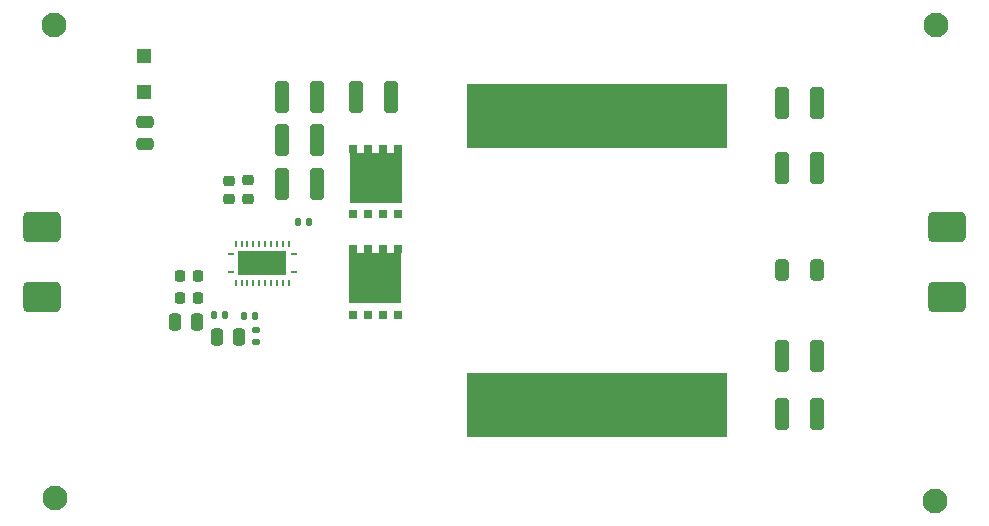
<source format=gbr>
%TF.GenerationSoftware,KiCad,Pcbnew,9.0.0*%
%TF.CreationDate,2025-03-31T14:23:32+05:30*%
%TF.ProjectId,Buck,4275636b-2e6b-4696-9361-645f70636258,rev?*%
%TF.SameCoordinates,Original*%
%TF.FileFunction,Soldermask,Top*%
%TF.FilePolarity,Negative*%
%FSLAX46Y46*%
G04 Gerber Fmt 4.6, Leading zero omitted, Abs format (unit mm)*
G04 Created by KiCad (PCBNEW 9.0.0) date 2025-03-31 14:23:32*
%MOMM*%
%LPD*%
G01*
G04 APERTURE LIST*
G04 Aperture macros list*
%AMRoundRect*
0 Rectangle with rounded corners*
0 $1 Rounding radius*
0 $2 $3 $4 $5 $6 $7 $8 $9 X,Y pos of 4 corners*
0 Add a 4 corners polygon primitive as box body*
4,1,4,$2,$3,$4,$5,$6,$7,$8,$9,$2,$3,0*
0 Add four circle primitives for the rounded corners*
1,1,$1+$1,$2,$3*
1,1,$1+$1,$4,$5*
1,1,$1+$1,$6,$7*
1,1,$1+$1,$8,$9*
0 Add four rect primitives between the rounded corners*
20,1,$1+$1,$2,$3,$4,$5,0*
20,1,$1+$1,$4,$5,$6,$7,0*
20,1,$1+$1,$6,$7,$8,$9,0*
20,1,$1+$1,$8,$9,$2,$3,0*%
G04 Aperture macros list end*
%ADD10RoundRect,0.140000X0.140000X0.170000X-0.140000X0.170000X-0.140000X-0.170000X0.140000X-0.170000X0*%
%ADD11R,0.600000X0.250000*%
%ADD12R,0.250000X0.600000*%
%ADD13R,4.100000X2.100000*%
%ADD14RoundRect,0.250000X0.250000X0.475000X-0.250000X0.475000X-0.250000X-0.475000X0.250000X-0.475000X0*%
%ADD15R,0.675000X0.750000*%
%ADD16R,0.675000X0.655000*%
%ADD17R,4.510000X4.295000*%
%ADD18C,2.100000*%
%ADD19RoundRect,0.225000X0.225000X0.250000X-0.225000X0.250000X-0.225000X-0.250000X0.225000X-0.250000X0*%
%ADD20RoundRect,0.140000X0.170000X-0.140000X0.170000X0.140000X-0.170000X0.140000X-0.170000X-0.140000X0*%
%ADD21RoundRect,0.381000X-1.206500X-0.889000X1.206500X-0.889000X1.206500X0.889000X-1.206500X0.889000X0*%
%ADD22RoundRect,0.250000X-0.325000X-1.100000X0.325000X-1.100000X0.325000X1.100000X-0.325000X1.100000X0*%
%ADD23R,22.000000X5.500000*%
%ADD24RoundRect,0.250000X0.325000X1.100000X-0.325000X1.100000X-0.325000X-1.100000X0.325000X-1.100000X0*%
%ADD25RoundRect,0.250000X0.475000X-0.250000X0.475000X0.250000X-0.475000X0.250000X-0.475000X-0.250000X0*%
%ADD26RoundRect,0.250000X-0.325000X-0.650000X0.325000X-0.650000X0.325000X0.650000X-0.325000X0.650000X0*%
%ADD27RoundRect,0.140000X-0.140000X-0.170000X0.140000X-0.170000X0.140000X0.170000X-0.140000X0.170000X0*%
%ADD28R,1.250000X1.300000*%
%ADD29RoundRect,0.225000X0.250000X-0.225000X0.250000X0.225000X-0.250000X0.225000X-0.250000X-0.225000X0*%
G04 APERTURE END LIST*
D10*
%TO.C,R2*%
X138330000Y-127440000D03*
X137370000Y-127440000D03*
%TD*%
D11*
%TO.C,IC1*%
X138820000Y-123780000D03*
D12*
X139220000Y-124680000D03*
X139720000Y-124680000D03*
X140220000Y-124680000D03*
X140720000Y-124680000D03*
X141220000Y-124680000D03*
X141720000Y-124680000D03*
X142220000Y-124680000D03*
X142720000Y-124680000D03*
X143220000Y-124680000D03*
X143720000Y-124680000D03*
D11*
X144120000Y-123780000D03*
X144120000Y-122280000D03*
D12*
X143720000Y-121380000D03*
X143220000Y-121380000D03*
X142720000Y-121380000D03*
X142220000Y-121380000D03*
X141720000Y-121380000D03*
X141220000Y-121380000D03*
X140720000Y-121380000D03*
X140220000Y-121380000D03*
X139720000Y-121380000D03*
X139220000Y-121380000D03*
D11*
X138820000Y-122280000D03*
D13*
X141470000Y-123030000D03*
%TD*%
D14*
%TO.C,C5*%
X139520000Y-129250000D03*
X137620000Y-129250000D03*
%TD*%
D15*
%TO.C,Q1*%
X151715000Y-118871940D03*
X150445000Y-118871940D03*
X149175000Y-118871940D03*
X152985000Y-118871940D03*
D16*
X152985000Y-113319440D03*
X151715000Y-113319440D03*
X150445000Y-113319440D03*
X149187000Y-113319440D03*
D17*
X151080000Y-115794440D03*
%TD*%
D18*
%TO.C,H2*%
X198500000Y-102880000D03*
%TD*%
D19*
%TO.C,R4*%
X136025000Y-125980000D03*
X134475000Y-125980000D03*
%TD*%
D20*
%TO.C,C7*%
X140940000Y-129680000D03*
X140940000Y-128720000D03*
%TD*%
D21*
%TO.C,J1*%
X122850000Y-119930000D03*
X122850000Y-125930000D03*
%TD*%
D22*
%TO.C,C2*%
X143155000Y-116300000D03*
X146105000Y-116300000D03*
%TD*%
%TO.C,C3*%
X143155000Y-112600000D03*
X146105000Y-112600000D03*
%TD*%
D23*
%TO.C,L1*%
X169840000Y-135040000D03*
X169840000Y-110540000D03*
%TD*%
D24*
%TO.C,C13*%
X188435000Y-135810000D03*
X185485000Y-135810000D03*
%TD*%
D25*
%TO.C,R1*%
X131520000Y-112980000D03*
X131520000Y-111080000D03*
%TD*%
D26*
%TO.C,R7*%
X185515000Y-123600000D03*
X188465000Y-123600000D03*
%TD*%
D19*
%TO.C,R5*%
X136025000Y-124150000D03*
X134475000Y-124150000D03*
%TD*%
D14*
%TO.C,C6*%
X135980000Y-127980000D03*
X134080000Y-127980000D03*
%TD*%
D24*
%TO.C,C10*%
X188435000Y-109480000D03*
X185485000Y-109480000D03*
%TD*%
D10*
%TO.C,C9*%
X145430000Y-119500000D03*
X144470000Y-119500000D03*
%TD*%
D21*
%TO.C,J2*%
X199430000Y-119930000D03*
X199430000Y-125930000D03*
%TD*%
D18*
%TO.C,H1*%
X123860000Y-102860000D03*
%TD*%
D15*
%TO.C,Q2*%
X151685000Y-127389720D03*
X150415000Y-127389720D03*
X149145000Y-127389720D03*
X152955000Y-127389720D03*
D16*
X152955000Y-121837220D03*
X151685000Y-121837220D03*
X150415000Y-121837220D03*
X149157000Y-121837220D03*
D17*
X151050000Y-124312220D03*
%TD*%
D24*
%TO.C,C4*%
X152355000Y-108990000D03*
X149405000Y-108990000D03*
%TD*%
D27*
%TO.C,R3*%
X139890000Y-127470000D03*
X140850000Y-127470000D03*
%TD*%
D18*
%TO.C,H4*%
X123930000Y-142880000D03*
%TD*%
%TO.C,H3*%
X198430000Y-143170000D03*
%TD*%
D24*
%TO.C,C12*%
X188435000Y-130880000D03*
X185485000Y-130880000D03*
%TD*%
D28*
%TO.C,LED1*%
X131440000Y-105520000D03*
X131440000Y-108520000D03*
%TD*%
D29*
%TO.C,R6*%
X140270000Y-117570000D03*
X140270000Y-116020000D03*
%TD*%
D24*
%TO.C,C11*%
X188435000Y-114990000D03*
X185485000Y-114990000D03*
%TD*%
D22*
%TO.C,C1*%
X143155000Y-108960000D03*
X146105000Y-108960000D03*
%TD*%
D29*
%TO.C,C8*%
X138690000Y-117585000D03*
X138690000Y-116035000D03*
%TD*%
M02*

</source>
